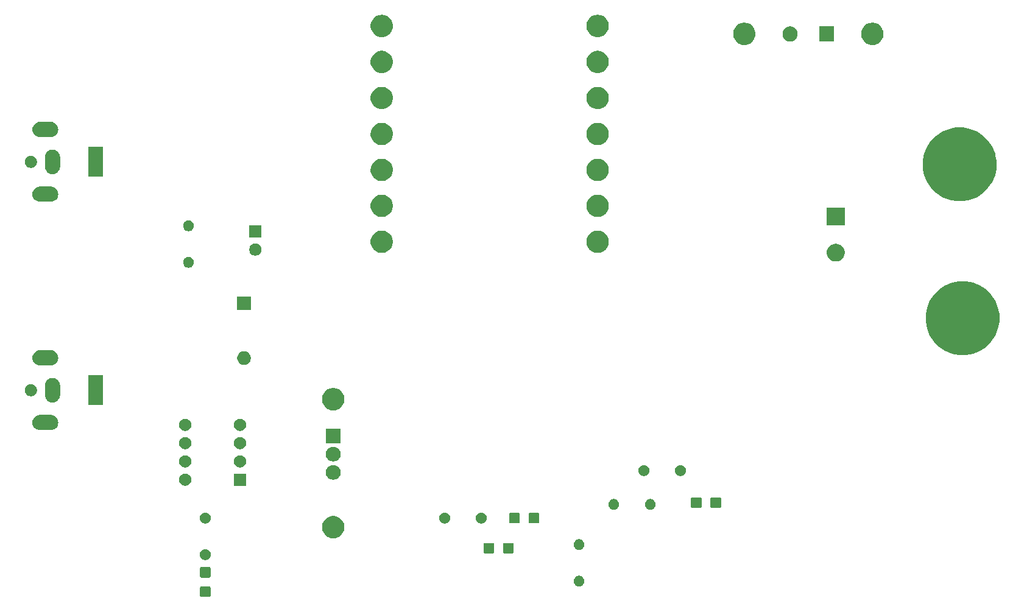
<source format=gts>
G04 #@! TF.GenerationSoftware,KiCad,Pcbnew,(5.1.5)-3*
G04 #@! TF.CreationDate,2020-06-24T22:18:20+03:00*
G04 #@! TF.ProjectId,Hardwareproject,48617264-7761-4726-9570-726f6a656374,rev?*
G04 #@! TF.SameCoordinates,Original*
G04 #@! TF.FileFunction,Soldermask,Top*
G04 #@! TF.FilePolarity,Negative*
%FSLAX46Y46*%
G04 Gerber Fmt 4.6, Leading zero omitted, Abs format (unit mm)*
G04 Created by KiCad (PCBNEW (5.1.5)-3) date 2020-06-24 22:18:20*
%MOMM*%
%LPD*%
G04 APERTURE LIST*
%ADD10C,0.100000*%
G04 APERTURE END LIST*
D10*
G36*
X56452798Y-123793247D02*
G01*
X56488367Y-123804037D01*
X56521139Y-123821554D01*
X56549869Y-123845131D01*
X56573446Y-123873861D01*
X56590963Y-123906633D01*
X56601753Y-123942202D01*
X56606000Y-123985325D01*
X56606000Y-125094675D01*
X56601753Y-125137798D01*
X56590963Y-125173367D01*
X56573446Y-125206139D01*
X56549869Y-125234869D01*
X56521139Y-125258446D01*
X56488367Y-125275963D01*
X56452798Y-125286753D01*
X56409675Y-125291000D01*
X55350325Y-125291000D01*
X55307202Y-125286753D01*
X55271633Y-125275963D01*
X55238861Y-125258446D01*
X55210131Y-125234869D01*
X55186554Y-125206139D01*
X55169037Y-125173367D01*
X55158247Y-125137798D01*
X55154000Y-125094675D01*
X55154000Y-123985325D01*
X55158247Y-123942202D01*
X55169037Y-123906633D01*
X55186554Y-123873861D01*
X55210131Y-123845131D01*
X55238861Y-123821554D01*
X55271633Y-123804037D01*
X55307202Y-123793247D01*
X55350325Y-123789000D01*
X56409675Y-123789000D01*
X56452798Y-123793247D01*
G37*
G36*
X108042059Y-122340860D02*
G01*
X108171980Y-122394675D01*
X108178732Y-122397472D01*
X108301735Y-122479660D01*
X108406340Y-122584265D01*
X108488528Y-122707268D01*
X108545140Y-122843941D01*
X108574000Y-122989033D01*
X108574000Y-123136967D01*
X108545140Y-123282059D01*
X108488528Y-123418732D01*
X108406340Y-123541735D01*
X108301735Y-123646340D01*
X108178732Y-123728528D01*
X108178731Y-123728529D01*
X108178730Y-123728529D01*
X108042059Y-123785140D01*
X107896968Y-123814000D01*
X107749032Y-123814000D01*
X107603941Y-123785140D01*
X107467270Y-123728529D01*
X107467269Y-123728529D01*
X107467268Y-123728528D01*
X107344265Y-123646340D01*
X107239660Y-123541735D01*
X107157472Y-123418732D01*
X107100860Y-123282059D01*
X107072000Y-123136967D01*
X107072000Y-122989033D01*
X107100860Y-122843941D01*
X107157472Y-122707268D01*
X107239660Y-122584265D01*
X107344265Y-122479660D01*
X107467268Y-122397472D01*
X107474021Y-122394675D01*
X107603941Y-122340860D01*
X107749032Y-122312000D01*
X107896968Y-122312000D01*
X108042059Y-122340860D01*
G37*
G36*
X56452798Y-121093247D02*
G01*
X56488367Y-121104037D01*
X56521139Y-121121554D01*
X56549869Y-121145131D01*
X56573446Y-121173861D01*
X56590963Y-121206633D01*
X56601753Y-121242202D01*
X56606000Y-121285325D01*
X56606000Y-122394675D01*
X56601753Y-122437798D01*
X56590963Y-122473367D01*
X56573446Y-122506139D01*
X56549869Y-122534869D01*
X56521139Y-122558446D01*
X56488367Y-122575963D01*
X56452798Y-122586753D01*
X56409675Y-122591000D01*
X55350325Y-122591000D01*
X55307202Y-122586753D01*
X55271633Y-122575963D01*
X55238861Y-122558446D01*
X55210131Y-122534869D01*
X55186554Y-122506139D01*
X55169037Y-122473367D01*
X55158247Y-122437798D01*
X55154000Y-122394675D01*
X55154000Y-121285325D01*
X55158247Y-121242202D01*
X55169037Y-121206633D01*
X55186554Y-121173861D01*
X55210131Y-121145131D01*
X55238861Y-121121554D01*
X55271633Y-121104037D01*
X55307202Y-121093247D01*
X55350325Y-121089000D01*
X56409675Y-121089000D01*
X56452798Y-121093247D01*
G37*
G36*
X56052143Y-118648528D02*
G01*
X56099059Y-118657860D01*
X56235732Y-118714472D01*
X56358735Y-118796660D01*
X56463340Y-118901265D01*
X56545528Y-119024268D01*
X56602140Y-119160941D01*
X56631000Y-119306033D01*
X56631000Y-119453967D01*
X56602140Y-119599059D01*
X56545528Y-119735732D01*
X56463340Y-119858735D01*
X56358735Y-119963340D01*
X56235732Y-120045528D01*
X56235731Y-120045529D01*
X56235730Y-120045529D01*
X56099059Y-120102140D01*
X55953968Y-120131000D01*
X55806032Y-120131000D01*
X55660941Y-120102140D01*
X55524270Y-120045529D01*
X55524269Y-120045529D01*
X55524268Y-120045528D01*
X55401265Y-119963340D01*
X55296660Y-119858735D01*
X55214472Y-119735732D01*
X55157860Y-119599059D01*
X55129000Y-119453967D01*
X55129000Y-119306033D01*
X55157860Y-119160941D01*
X55214472Y-119024268D01*
X55296660Y-118901265D01*
X55401265Y-118796660D01*
X55524268Y-118714472D01*
X55660941Y-118657860D01*
X55707857Y-118648528D01*
X55806032Y-118629000D01*
X55953968Y-118629000D01*
X56052143Y-118648528D01*
G37*
G36*
X98594798Y-117769247D02*
G01*
X98630367Y-117780037D01*
X98663139Y-117797554D01*
X98691869Y-117821131D01*
X98715446Y-117849861D01*
X98732963Y-117882633D01*
X98743753Y-117918202D01*
X98748000Y-117961325D01*
X98748000Y-119020675D01*
X98743753Y-119063798D01*
X98732963Y-119099367D01*
X98715446Y-119132139D01*
X98691869Y-119160869D01*
X98663139Y-119184446D01*
X98630367Y-119201963D01*
X98594798Y-119212753D01*
X98551675Y-119217000D01*
X97442325Y-119217000D01*
X97399202Y-119212753D01*
X97363633Y-119201963D01*
X97330861Y-119184446D01*
X97302131Y-119160869D01*
X97278554Y-119132139D01*
X97261037Y-119099367D01*
X97250247Y-119063798D01*
X97246000Y-119020675D01*
X97246000Y-117961325D01*
X97250247Y-117918202D01*
X97261037Y-117882633D01*
X97278554Y-117849861D01*
X97302131Y-117821131D01*
X97330861Y-117797554D01*
X97363633Y-117780037D01*
X97399202Y-117769247D01*
X97442325Y-117765000D01*
X98551675Y-117765000D01*
X98594798Y-117769247D01*
G37*
G36*
X95894798Y-117769247D02*
G01*
X95930367Y-117780037D01*
X95963139Y-117797554D01*
X95991869Y-117821131D01*
X96015446Y-117849861D01*
X96032963Y-117882633D01*
X96043753Y-117918202D01*
X96048000Y-117961325D01*
X96048000Y-119020675D01*
X96043753Y-119063798D01*
X96032963Y-119099367D01*
X96015446Y-119132139D01*
X95991869Y-119160869D01*
X95963139Y-119184446D01*
X95930367Y-119201963D01*
X95894798Y-119212753D01*
X95851675Y-119217000D01*
X94742325Y-119217000D01*
X94699202Y-119212753D01*
X94663633Y-119201963D01*
X94630861Y-119184446D01*
X94602131Y-119160869D01*
X94578554Y-119132139D01*
X94561037Y-119099367D01*
X94550247Y-119063798D01*
X94546000Y-119020675D01*
X94546000Y-117961325D01*
X94550247Y-117918202D01*
X94561037Y-117882633D01*
X94578554Y-117849861D01*
X94602131Y-117821131D01*
X94630861Y-117797554D01*
X94663633Y-117780037D01*
X94699202Y-117769247D01*
X94742325Y-117765000D01*
X95851675Y-117765000D01*
X95894798Y-117769247D01*
G37*
G36*
X108042059Y-117260860D02*
G01*
X108178732Y-117317472D01*
X108301735Y-117399660D01*
X108406340Y-117504265D01*
X108488528Y-117627268D01*
X108545140Y-117763941D01*
X108574000Y-117909033D01*
X108574000Y-118056967D01*
X108545140Y-118202059D01*
X108488528Y-118338732D01*
X108406340Y-118461735D01*
X108301735Y-118566340D01*
X108178732Y-118648528D01*
X108178731Y-118648529D01*
X108178730Y-118648529D01*
X108042059Y-118705140D01*
X107896968Y-118734000D01*
X107749032Y-118734000D01*
X107603941Y-118705140D01*
X107467270Y-118648529D01*
X107467269Y-118648529D01*
X107467268Y-118648528D01*
X107344265Y-118566340D01*
X107239660Y-118461735D01*
X107157472Y-118338732D01*
X107100860Y-118202059D01*
X107072000Y-118056967D01*
X107072000Y-117909033D01*
X107100860Y-117763941D01*
X107157472Y-117627268D01*
X107239660Y-117504265D01*
X107344265Y-117399660D01*
X107467268Y-117317472D01*
X107603941Y-117260860D01*
X107749032Y-117232000D01*
X107896968Y-117232000D01*
X108042059Y-117260860D01*
G37*
G36*
X73962585Y-114058802D02*
G01*
X74112410Y-114088604D01*
X74394674Y-114205521D01*
X74648705Y-114375259D01*
X74864741Y-114591295D01*
X75034479Y-114845326D01*
X75151396Y-115127590D01*
X75211000Y-115427240D01*
X75211000Y-115732760D01*
X75151396Y-116032410D01*
X75034479Y-116314674D01*
X74864741Y-116568705D01*
X74648705Y-116784741D01*
X74394674Y-116954479D01*
X74112410Y-117071396D01*
X73962585Y-117101198D01*
X73812761Y-117131000D01*
X73507239Y-117131000D01*
X73357415Y-117101198D01*
X73207590Y-117071396D01*
X72925326Y-116954479D01*
X72671295Y-116784741D01*
X72455259Y-116568705D01*
X72285521Y-116314674D01*
X72168604Y-116032410D01*
X72109000Y-115732760D01*
X72109000Y-115427240D01*
X72168604Y-115127590D01*
X72285521Y-114845326D01*
X72455259Y-114591295D01*
X72671295Y-114375259D01*
X72925326Y-114205521D01*
X73207590Y-114088604D01*
X73357415Y-114058802D01*
X73507239Y-114029000D01*
X73812761Y-114029000D01*
X73962585Y-114058802D01*
G37*
G36*
X56099059Y-113577860D02*
G01*
X56199143Y-113619316D01*
X56235732Y-113634472D01*
X56358735Y-113716660D01*
X56463340Y-113821265D01*
X56545528Y-113944268D01*
X56602140Y-114080941D01*
X56631000Y-114226033D01*
X56631000Y-114373967D01*
X56602140Y-114519059D01*
X56545528Y-114655732D01*
X56463340Y-114778735D01*
X56358735Y-114883340D01*
X56235732Y-114965528D01*
X56235731Y-114965529D01*
X56235730Y-114965529D01*
X56099059Y-115022140D01*
X55953968Y-115051000D01*
X55806032Y-115051000D01*
X55660941Y-115022140D01*
X55524270Y-114965529D01*
X55524269Y-114965529D01*
X55524268Y-114965528D01*
X55401265Y-114883340D01*
X55296660Y-114778735D01*
X55214472Y-114655732D01*
X55157860Y-114519059D01*
X55129000Y-114373967D01*
X55129000Y-114226033D01*
X55157860Y-114080941D01*
X55214472Y-113944268D01*
X55296660Y-113821265D01*
X55401265Y-113716660D01*
X55524268Y-113634472D01*
X55560858Y-113619316D01*
X55660941Y-113577860D01*
X55806032Y-113549000D01*
X55953968Y-113549000D01*
X56099059Y-113577860D01*
G37*
G36*
X89373059Y-113577860D02*
G01*
X89473143Y-113619316D01*
X89509732Y-113634472D01*
X89632735Y-113716660D01*
X89737340Y-113821265D01*
X89819528Y-113944268D01*
X89876140Y-114080941D01*
X89905000Y-114226033D01*
X89905000Y-114373967D01*
X89876140Y-114519059D01*
X89819528Y-114655732D01*
X89737340Y-114778735D01*
X89632735Y-114883340D01*
X89509732Y-114965528D01*
X89509731Y-114965529D01*
X89509730Y-114965529D01*
X89373059Y-115022140D01*
X89227968Y-115051000D01*
X89080032Y-115051000D01*
X88934941Y-115022140D01*
X88798270Y-114965529D01*
X88798269Y-114965529D01*
X88798268Y-114965528D01*
X88675265Y-114883340D01*
X88570660Y-114778735D01*
X88488472Y-114655732D01*
X88431860Y-114519059D01*
X88403000Y-114373967D01*
X88403000Y-114226033D01*
X88431860Y-114080941D01*
X88488472Y-113944268D01*
X88570660Y-113821265D01*
X88675265Y-113716660D01*
X88798268Y-113634472D01*
X88834858Y-113619316D01*
X88934941Y-113577860D01*
X89080032Y-113549000D01*
X89227968Y-113549000D01*
X89373059Y-113577860D01*
G37*
G36*
X94453059Y-113577860D02*
G01*
X94553143Y-113619316D01*
X94589732Y-113634472D01*
X94712735Y-113716660D01*
X94817340Y-113821265D01*
X94899528Y-113944268D01*
X94956140Y-114080941D01*
X94985000Y-114226033D01*
X94985000Y-114373967D01*
X94956140Y-114519059D01*
X94899528Y-114655732D01*
X94817340Y-114778735D01*
X94712735Y-114883340D01*
X94589732Y-114965528D01*
X94589731Y-114965529D01*
X94589730Y-114965529D01*
X94453059Y-115022140D01*
X94307968Y-115051000D01*
X94160032Y-115051000D01*
X94014941Y-115022140D01*
X93878270Y-114965529D01*
X93878269Y-114965529D01*
X93878268Y-114965528D01*
X93755265Y-114883340D01*
X93650660Y-114778735D01*
X93568472Y-114655732D01*
X93511860Y-114519059D01*
X93483000Y-114373967D01*
X93483000Y-114226033D01*
X93511860Y-114080941D01*
X93568472Y-113944268D01*
X93650660Y-113821265D01*
X93755265Y-113716660D01*
X93878268Y-113634472D01*
X93914858Y-113619316D01*
X94014941Y-113577860D01*
X94160032Y-113549000D01*
X94307968Y-113549000D01*
X94453059Y-113577860D01*
G37*
G36*
X102150798Y-113578247D02*
G01*
X102186367Y-113589037D01*
X102219139Y-113606554D01*
X102247869Y-113630131D01*
X102271446Y-113658861D01*
X102288963Y-113691633D01*
X102299753Y-113727202D01*
X102304000Y-113770325D01*
X102304000Y-114829675D01*
X102299753Y-114872798D01*
X102288963Y-114908367D01*
X102271446Y-114941139D01*
X102247869Y-114969869D01*
X102219139Y-114993446D01*
X102186367Y-115010963D01*
X102150798Y-115021753D01*
X102107675Y-115026000D01*
X100998325Y-115026000D01*
X100955202Y-115021753D01*
X100919633Y-115010963D01*
X100886861Y-114993446D01*
X100858131Y-114969869D01*
X100834554Y-114941139D01*
X100817037Y-114908367D01*
X100806247Y-114872798D01*
X100802000Y-114829675D01*
X100802000Y-113770325D01*
X100806247Y-113727202D01*
X100817037Y-113691633D01*
X100834554Y-113658861D01*
X100858131Y-113630131D01*
X100886861Y-113606554D01*
X100919633Y-113589037D01*
X100955202Y-113578247D01*
X100998325Y-113574000D01*
X102107675Y-113574000D01*
X102150798Y-113578247D01*
G37*
G36*
X99450798Y-113578247D02*
G01*
X99486367Y-113589037D01*
X99519139Y-113606554D01*
X99547869Y-113630131D01*
X99571446Y-113658861D01*
X99588963Y-113691633D01*
X99599753Y-113727202D01*
X99604000Y-113770325D01*
X99604000Y-114829675D01*
X99599753Y-114872798D01*
X99588963Y-114908367D01*
X99571446Y-114941139D01*
X99547869Y-114969869D01*
X99519139Y-114993446D01*
X99486367Y-115010963D01*
X99450798Y-115021753D01*
X99407675Y-115026000D01*
X98298325Y-115026000D01*
X98255202Y-115021753D01*
X98219633Y-115010963D01*
X98186861Y-114993446D01*
X98158131Y-114969869D01*
X98134554Y-114941139D01*
X98117037Y-114908367D01*
X98106247Y-114872798D01*
X98102000Y-114829675D01*
X98102000Y-113770325D01*
X98106247Y-113727202D01*
X98117037Y-113691633D01*
X98134554Y-113658861D01*
X98158131Y-113630131D01*
X98186861Y-113606554D01*
X98219633Y-113589037D01*
X98255202Y-113578247D01*
X98298325Y-113574000D01*
X99407675Y-113574000D01*
X99450798Y-113578247D01*
G37*
G36*
X117948059Y-111672860D02*
G01*
X118084732Y-111729472D01*
X118207735Y-111811660D01*
X118312340Y-111916265D01*
X118312341Y-111916267D01*
X118394529Y-112039270D01*
X118451140Y-112175941D01*
X118480000Y-112321032D01*
X118480000Y-112468968D01*
X118451140Y-112614059D01*
X118395094Y-112749367D01*
X118394528Y-112750732D01*
X118312340Y-112873735D01*
X118207735Y-112978340D01*
X118084732Y-113060528D01*
X118084731Y-113060529D01*
X118084730Y-113060529D01*
X117948059Y-113117140D01*
X117802968Y-113146000D01*
X117655032Y-113146000D01*
X117509941Y-113117140D01*
X117373270Y-113060529D01*
X117373269Y-113060529D01*
X117373268Y-113060528D01*
X117250265Y-112978340D01*
X117145660Y-112873735D01*
X117063472Y-112750732D01*
X117062907Y-112749367D01*
X117006860Y-112614059D01*
X116978000Y-112468968D01*
X116978000Y-112321032D01*
X117006860Y-112175941D01*
X117063471Y-112039270D01*
X117145659Y-111916267D01*
X117145660Y-111916265D01*
X117250265Y-111811660D01*
X117373268Y-111729472D01*
X117509941Y-111672860D01*
X117655032Y-111644000D01*
X117802968Y-111644000D01*
X117948059Y-111672860D01*
G37*
G36*
X112868059Y-111672860D02*
G01*
X113004732Y-111729472D01*
X113127735Y-111811660D01*
X113232340Y-111916265D01*
X113232341Y-111916267D01*
X113314529Y-112039270D01*
X113371140Y-112175941D01*
X113400000Y-112321032D01*
X113400000Y-112468968D01*
X113371140Y-112614059D01*
X113315094Y-112749367D01*
X113314528Y-112750732D01*
X113232340Y-112873735D01*
X113127735Y-112978340D01*
X113004732Y-113060528D01*
X113004731Y-113060529D01*
X113004730Y-113060529D01*
X112868059Y-113117140D01*
X112722968Y-113146000D01*
X112575032Y-113146000D01*
X112429941Y-113117140D01*
X112293270Y-113060529D01*
X112293269Y-113060529D01*
X112293268Y-113060528D01*
X112170265Y-112978340D01*
X112065660Y-112873735D01*
X111983472Y-112750732D01*
X111982907Y-112749367D01*
X111926860Y-112614059D01*
X111898000Y-112468968D01*
X111898000Y-112321032D01*
X111926860Y-112175941D01*
X111983471Y-112039270D01*
X112065659Y-111916267D01*
X112065660Y-111916265D01*
X112170265Y-111811660D01*
X112293268Y-111729472D01*
X112429941Y-111672860D01*
X112575032Y-111644000D01*
X112722968Y-111644000D01*
X112868059Y-111672860D01*
G37*
G36*
X127423798Y-111419247D02*
G01*
X127459367Y-111430037D01*
X127492139Y-111447554D01*
X127520869Y-111471131D01*
X127544446Y-111499861D01*
X127561963Y-111532633D01*
X127572753Y-111568202D01*
X127577000Y-111611325D01*
X127577000Y-112670675D01*
X127572753Y-112713798D01*
X127561963Y-112749367D01*
X127544446Y-112782139D01*
X127520869Y-112810869D01*
X127492139Y-112834446D01*
X127459367Y-112851963D01*
X127423798Y-112862753D01*
X127380675Y-112867000D01*
X126271325Y-112867000D01*
X126228202Y-112862753D01*
X126192633Y-112851963D01*
X126159861Y-112834446D01*
X126131131Y-112810869D01*
X126107554Y-112782139D01*
X126090037Y-112749367D01*
X126079247Y-112713798D01*
X126075000Y-112670675D01*
X126075000Y-111611325D01*
X126079247Y-111568202D01*
X126090037Y-111532633D01*
X126107554Y-111499861D01*
X126131131Y-111471131D01*
X126159861Y-111447554D01*
X126192633Y-111430037D01*
X126228202Y-111419247D01*
X126271325Y-111415000D01*
X127380675Y-111415000D01*
X127423798Y-111419247D01*
G37*
G36*
X124723798Y-111419247D02*
G01*
X124759367Y-111430037D01*
X124792139Y-111447554D01*
X124820869Y-111471131D01*
X124844446Y-111499861D01*
X124861963Y-111532633D01*
X124872753Y-111568202D01*
X124877000Y-111611325D01*
X124877000Y-112670675D01*
X124872753Y-112713798D01*
X124861963Y-112749367D01*
X124844446Y-112782139D01*
X124820869Y-112810869D01*
X124792139Y-112834446D01*
X124759367Y-112851963D01*
X124723798Y-112862753D01*
X124680675Y-112867000D01*
X123571325Y-112867000D01*
X123528202Y-112862753D01*
X123492633Y-112851963D01*
X123459861Y-112834446D01*
X123431131Y-112810869D01*
X123407554Y-112782139D01*
X123390037Y-112749367D01*
X123379247Y-112713798D01*
X123375000Y-112670675D01*
X123375000Y-111611325D01*
X123379247Y-111568202D01*
X123390037Y-111532633D01*
X123407554Y-111499861D01*
X123431131Y-111471131D01*
X123459861Y-111447554D01*
X123492633Y-111430037D01*
X123528202Y-111419247D01*
X123571325Y-111415000D01*
X124680675Y-111415000D01*
X124723798Y-111419247D01*
G37*
G36*
X61557000Y-109817000D02*
G01*
X59855000Y-109817000D01*
X59855000Y-108115000D01*
X61557000Y-108115000D01*
X61557000Y-109817000D01*
G37*
G36*
X53334228Y-108147703D02*
G01*
X53489100Y-108211853D01*
X53628481Y-108304985D01*
X53747015Y-108423519D01*
X53840147Y-108562900D01*
X53904297Y-108717772D01*
X53937000Y-108882184D01*
X53937000Y-109049816D01*
X53904297Y-109214228D01*
X53840147Y-109369100D01*
X53747015Y-109508481D01*
X53628481Y-109627015D01*
X53489100Y-109720147D01*
X53334228Y-109784297D01*
X53169816Y-109817000D01*
X53002184Y-109817000D01*
X52837772Y-109784297D01*
X52682900Y-109720147D01*
X52543519Y-109627015D01*
X52424985Y-109508481D01*
X52331853Y-109369100D01*
X52267703Y-109214228D01*
X52235000Y-109049816D01*
X52235000Y-108882184D01*
X52267703Y-108717772D01*
X52331853Y-108562900D01*
X52424985Y-108423519D01*
X52543519Y-108304985D01*
X52682900Y-108211853D01*
X52837772Y-108147703D01*
X53002184Y-108115000D01*
X53169816Y-108115000D01*
X53334228Y-108147703D01*
G37*
G36*
X73805936Y-106951340D02*
G01*
X73904220Y-106961020D01*
X74093381Y-107018401D01*
X74267712Y-107111583D01*
X74420515Y-107236985D01*
X74545917Y-107389788D01*
X74639099Y-107564119D01*
X74696480Y-107753280D01*
X74715855Y-107950000D01*
X74696480Y-108146720D01*
X74639099Y-108335881D01*
X74545917Y-108510212D01*
X74420515Y-108663015D01*
X74267712Y-108788417D01*
X74093381Y-108881599D01*
X73904220Y-108938980D01*
X73805936Y-108948660D01*
X73756795Y-108953500D01*
X73563205Y-108953500D01*
X73514064Y-108948660D01*
X73415780Y-108938980D01*
X73226619Y-108881599D01*
X73052288Y-108788417D01*
X72899485Y-108663015D01*
X72774083Y-108510212D01*
X72680901Y-108335881D01*
X72623520Y-108146720D01*
X72604145Y-107950000D01*
X72623520Y-107753280D01*
X72680901Y-107564119D01*
X72774083Y-107389788D01*
X72899485Y-107236985D01*
X73052288Y-107111583D01*
X73226619Y-107018401D01*
X73415780Y-106961020D01*
X73514064Y-106951340D01*
X73563205Y-106946500D01*
X73756795Y-106946500D01*
X73805936Y-106951340D01*
G37*
G36*
X122139059Y-106973860D02*
G01*
X122275732Y-107030472D01*
X122398735Y-107112660D01*
X122503340Y-107217265D01*
X122585528Y-107340268D01*
X122585529Y-107340270D01*
X122642140Y-107476941D01*
X122659481Y-107564119D01*
X122671000Y-107622033D01*
X122671000Y-107769967D01*
X122642140Y-107915059D01*
X122585528Y-108051732D01*
X122503340Y-108174735D01*
X122398735Y-108279340D01*
X122275732Y-108361528D01*
X122275731Y-108361529D01*
X122275730Y-108361529D01*
X122139059Y-108418140D01*
X121993968Y-108447000D01*
X121846032Y-108447000D01*
X121700941Y-108418140D01*
X121564270Y-108361529D01*
X121564269Y-108361529D01*
X121564268Y-108361528D01*
X121441265Y-108279340D01*
X121336660Y-108174735D01*
X121254472Y-108051732D01*
X121197860Y-107915059D01*
X121169000Y-107769967D01*
X121169000Y-107622033D01*
X121180520Y-107564119D01*
X121197860Y-107476941D01*
X121254471Y-107340270D01*
X121254472Y-107340268D01*
X121336660Y-107217265D01*
X121441265Y-107112660D01*
X121564268Y-107030472D01*
X121700941Y-106973860D01*
X121846032Y-106945000D01*
X121993968Y-106945000D01*
X122139059Y-106973860D01*
G37*
G36*
X117059059Y-106973860D02*
G01*
X117195732Y-107030472D01*
X117318735Y-107112660D01*
X117423340Y-107217265D01*
X117505528Y-107340268D01*
X117505529Y-107340270D01*
X117562140Y-107476941D01*
X117579481Y-107564119D01*
X117591000Y-107622033D01*
X117591000Y-107769967D01*
X117562140Y-107915059D01*
X117505528Y-108051732D01*
X117423340Y-108174735D01*
X117318735Y-108279340D01*
X117195732Y-108361528D01*
X117195731Y-108361529D01*
X117195730Y-108361529D01*
X117059059Y-108418140D01*
X116913968Y-108447000D01*
X116766032Y-108447000D01*
X116620941Y-108418140D01*
X116484270Y-108361529D01*
X116484269Y-108361529D01*
X116484268Y-108361528D01*
X116361265Y-108279340D01*
X116256660Y-108174735D01*
X116174472Y-108051732D01*
X116117860Y-107915059D01*
X116089000Y-107769967D01*
X116089000Y-107622033D01*
X116100520Y-107564119D01*
X116117860Y-107476941D01*
X116174471Y-107340270D01*
X116174472Y-107340268D01*
X116256660Y-107217265D01*
X116361265Y-107112660D01*
X116484268Y-107030472D01*
X116620941Y-106973860D01*
X116766032Y-106945000D01*
X116913968Y-106945000D01*
X117059059Y-106973860D01*
G37*
G36*
X60954228Y-105607703D02*
G01*
X61109100Y-105671853D01*
X61248481Y-105764985D01*
X61367015Y-105883519D01*
X61460147Y-106022900D01*
X61524297Y-106177772D01*
X61557000Y-106342184D01*
X61557000Y-106509816D01*
X61524297Y-106674228D01*
X61460147Y-106829100D01*
X61367015Y-106968481D01*
X61248481Y-107087015D01*
X61109100Y-107180147D01*
X60954228Y-107244297D01*
X60789816Y-107277000D01*
X60622184Y-107277000D01*
X60457772Y-107244297D01*
X60302900Y-107180147D01*
X60163519Y-107087015D01*
X60044985Y-106968481D01*
X59951853Y-106829100D01*
X59887703Y-106674228D01*
X59855000Y-106509816D01*
X59855000Y-106342184D01*
X59887703Y-106177772D01*
X59951853Y-106022900D01*
X60044985Y-105883519D01*
X60163519Y-105764985D01*
X60302900Y-105671853D01*
X60457772Y-105607703D01*
X60622184Y-105575000D01*
X60789816Y-105575000D01*
X60954228Y-105607703D01*
G37*
G36*
X53334228Y-105607703D02*
G01*
X53489100Y-105671853D01*
X53628481Y-105764985D01*
X53747015Y-105883519D01*
X53840147Y-106022900D01*
X53904297Y-106177772D01*
X53937000Y-106342184D01*
X53937000Y-106509816D01*
X53904297Y-106674228D01*
X53840147Y-106829100D01*
X53747015Y-106968481D01*
X53628481Y-107087015D01*
X53489100Y-107180147D01*
X53334228Y-107244297D01*
X53169816Y-107277000D01*
X53002184Y-107277000D01*
X52837772Y-107244297D01*
X52682900Y-107180147D01*
X52543519Y-107087015D01*
X52424985Y-106968481D01*
X52331853Y-106829100D01*
X52267703Y-106674228D01*
X52235000Y-106509816D01*
X52235000Y-106342184D01*
X52267703Y-106177772D01*
X52331853Y-106022900D01*
X52424985Y-105883519D01*
X52543519Y-105764985D01*
X52682900Y-105671853D01*
X52837772Y-105607703D01*
X53002184Y-105575000D01*
X53169816Y-105575000D01*
X53334228Y-105607703D01*
G37*
G36*
X73805936Y-104411340D02*
G01*
X73904220Y-104421020D01*
X74093381Y-104478401D01*
X74267712Y-104571583D01*
X74420515Y-104696985D01*
X74545917Y-104849788D01*
X74639099Y-105024119D01*
X74696480Y-105213280D01*
X74715855Y-105410000D01*
X74696480Y-105606720D01*
X74639099Y-105795881D01*
X74545917Y-105970212D01*
X74420515Y-106123015D01*
X74267712Y-106248417D01*
X74093381Y-106341599D01*
X73904220Y-106398980D01*
X73805936Y-106408660D01*
X73756795Y-106413500D01*
X73563205Y-106413500D01*
X73514064Y-106408660D01*
X73415780Y-106398980D01*
X73226619Y-106341599D01*
X73052288Y-106248417D01*
X72899485Y-106123015D01*
X72774083Y-105970212D01*
X72680901Y-105795881D01*
X72623520Y-105606720D01*
X72604145Y-105410000D01*
X72623520Y-105213280D01*
X72680901Y-105024119D01*
X72774083Y-104849788D01*
X72899485Y-104696985D01*
X73052288Y-104571583D01*
X73226619Y-104478401D01*
X73415780Y-104421020D01*
X73514064Y-104411340D01*
X73563205Y-104406500D01*
X73756795Y-104406500D01*
X73805936Y-104411340D01*
G37*
G36*
X60954228Y-103067703D02*
G01*
X61109100Y-103131853D01*
X61248481Y-103224985D01*
X61367015Y-103343519D01*
X61460147Y-103482900D01*
X61524297Y-103637772D01*
X61557000Y-103802184D01*
X61557000Y-103969816D01*
X61524297Y-104134228D01*
X61460147Y-104289100D01*
X61367015Y-104428481D01*
X61248481Y-104547015D01*
X61109100Y-104640147D01*
X60954228Y-104704297D01*
X60789816Y-104737000D01*
X60622184Y-104737000D01*
X60457772Y-104704297D01*
X60302900Y-104640147D01*
X60163519Y-104547015D01*
X60044985Y-104428481D01*
X59951853Y-104289100D01*
X59887703Y-104134228D01*
X59855000Y-103969816D01*
X59855000Y-103802184D01*
X59887703Y-103637772D01*
X59951853Y-103482900D01*
X60044985Y-103343519D01*
X60163519Y-103224985D01*
X60302900Y-103131853D01*
X60457772Y-103067703D01*
X60622184Y-103035000D01*
X60789816Y-103035000D01*
X60954228Y-103067703D01*
G37*
G36*
X53334228Y-103067703D02*
G01*
X53489100Y-103131853D01*
X53628481Y-103224985D01*
X53747015Y-103343519D01*
X53840147Y-103482900D01*
X53904297Y-103637772D01*
X53937000Y-103802184D01*
X53937000Y-103969816D01*
X53904297Y-104134228D01*
X53840147Y-104289100D01*
X53747015Y-104428481D01*
X53628481Y-104547015D01*
X53489100Y-104640147D01*
X53334228Y-104704297D01*
X53169816Y-104737000D01*
X53002184Y-104737000D01*
X52837772Y-104704297D01*
X52682900Y-104640147D01*
X52543519Y-104547015D01*
X52424985Y-104428481D01*
X52331853Y-104289100D01*
X52267703Y-104134228D01*
X52235000Y-103969816D01*
X52235000Y-103802184D01*
X52267703Y-103637772D01*
X52331853Y-103482900D01*
X52424985Y-103343519D01*
X52543519Y-103224985D01*
X52682900Y-103131853D01*
X52837772Y-103067703D01*
X53002184Y-103035000D01*
X53169816Y-103035000D01*
X53334228Y-103067703D01*
G37*
G36*
X74711000Y-103873500D02*
G01*
X72609000Y-103873500D01*
X72609000Y-101866500D01*
X74711000Y-101866500D01*
X74711000Y-103873500D01*
G37*
G36*
X53334228Y-100527703D02*
G01*
X53489100Y-100591853D01*
X53628481Y-100684985D01*
X53747015Y-100803519D01*
X53840147Y-100942900D01*
X53904297Y-101097772D01*
X53937000Y-101262184D01*
X53937000Y-101429816D01*
X53904297Y-101594228D01*
X53840147Y-101749100D01*
X53747015Y-101888481D01*
X53628481Y-102007015D01*
X53489100Y-102100147D01*
X53334228Y-102164297D01*
X53169816Y-102197000D01*
X53002184Y-102197000D01*
X52837772Y-102164297D01*
X52682900Y-102100147D01*
X52543519Y-102007015D01*
X52424985Y-101888481D01*
X52331853Y-101749100D01*
X52267703Y-101594228D01*
X52235000Y-101429816D01*
X52235000Y-101262184D01*
X52267703Y-101097772D01*
X52331853Y-100942900D01*
X52424985Y-100803519D01*
X52543519Y-100684985D01*
X52682900Y-100591853D01*
X52837772Y-100527703D01*
X53002184Y-100495000D01*
X53169816Y-100495000D01*
X53334228Y-100527703D01*
G37*
G36*
X60954228Y-100527703D02*
G01*
X61109100Y-100591853D01*
X61248481Y-100684985D01*
X61367015Y-100803519D01*
X61460147Y-100942900D01*
X61524297Y-101097772D01*
X61557000Y-101262184D01*
X61557000Y-101429816D01*
X61524297Y-101594228D01*
X61460147Y-101749100D01*
X61367015Y-101888481D01*
X61248481Y-102007015D01*
X61109100Y-102100147D01*
X60954228Y-102164297D01*
X60789816Y-102197000D01*
X60622184Y-102197000D01*
X60457772Y-102164297D01*
X60302900Y-102100147D01*
X60163519Y-102007015D01*
X60044985Y-101888481D01*
X59951853Y-101749100D01*
X59887703Y-101594228D01*
X59855000Y-101429816D01*
X59855000Y-101262184D01*
X59887703Y-101097772D01*
X59951853Y-100942900D01*
X60044985Y-100803519D01*
X60163519Y-100684985D01*
X60302900Y-100591853D01*
X60457772Y-100527703D01*
X60622184Y-100495000D01*
X60789816Y-100495000D01*
X60954228Y-100527703D01*
G37*
G36*
X34493097Y-99974069D02*
G01*
X34596032Y-99984207D01*
X34794146Y-100044305D01*
X34794149Y-100044306D01*
X34890975Y-100096061D01*
X34976729Y-100141897D01*
X35136765Y-100273235D01*
X35268103Y-100433271D01*
X35313939Y-100519025D01*
X35365694Y-100615851D01*
X35365695Y-100615854D01*
X35425793Y-100813968D01*
X35446085Y-101020000D01*
X35425793Y-101226032D01*
X35365695Y-101424146D01*
X35365694Y-101424149D01*
X35313939Y-101520975D01*
X35268103Y-101606729D01*
X35136765Y-101766765D01*
X34976729Y-101898103D01*
X34890975Y-101943939D01*
X34794149Y-101995694D01*
X34794146Y-101995695D01*
X34596032Y-102055793D01*
X34493097Y-102065931D01*
X34441631Y-102071000D01*
X32838369Y-102071000D01*
X32786903Y-102065931D01*
X32683968Y-102055793D01*
X32485854Y-101995695D01*
X32485851Y-101995694D01*
X32389025Y-101943939D01*
X32303271Y-101898103D01*
X32143235Y-101766765D01*
X32011897Y-101606729D01*
X31966061Y-101520975D01*
X31914306Y-101424149D01*
X31914305Y-101424146D01*
X31854207Y-101226032D01*
X31833915Y-101020000D01*
X31854207Y-100813968D01*
X31914305Y-100615854D01*
X31914306Y-100615851D01*
X31966061Y-100519025D01*
X32011897Y-100433271D01*
X32143235Y-100273235D01*
X32303271Y-100141897D01*
X32389025Y-100096061D01*
X32485851Y-100044306D01*
X32485854Y-100044305D01*
X32683968Y-99984207D01*
X32786903Y-99974069D01*
X32838369Y-99969000D01*
X34441631Y-99969000D01*
X34493097Y-99974069D01*
G37*
G36*
X73962585Y-96258802D02*
G01*
X74112410Y-96288604D01*
X74394674Y-96405521D01*
X74648705Y-96575259D01*
X74864741Y-96791295D01*
X75034479Y-97045326D01*
X75151396Y-97327590D01*
X75211000Y-97627240D01*
X75211000Y-97932760D01*
X75151396Y-98232410D01*
X75034479Y-98514674D01*
X74864741Y-98768705D01*
X74648705Y-98984741D01*
X74394674Y-99154479D01*
X74112410Y-99271396D01*
X73962585Y-99301198D01*
X73812761Y-99331000D01*
X73507239Y-99331000D01*
X73357415Y-99301198D01*
X73207590Y-99271396D01*
X72925326Y-99154479D01*
X72671295Y-98984741D01*
X72455259Y-98768705D01*
X72285521Y-98514674D01*
X72168604Y-98232410D01*
X72109000Y-97932760D01*
X72109000Y-97627240D01*
X72168604Y-97327590D01*
X72285521Y-97045326D01*
X72455259Y-96791295D01*
X72671295Y-96575259D01*
X72925326Y-96405521D01*
X73207590Y-96288604D01*
X73357415Y-96258802D01*
X73507239Y-96229000D01*
X73812761Y-96229000D01*
X73962585Y-96258802D01*
G37*
G36*
X41691000Y-98571000D02*
G01*
X39589000Y-98571000D01*
X39589000Y-94469000D01*
X41691000Y-94469000D01*
X41691000Y-98571000D01*
G37*
G36*
X34846032Y-94834207D02*
G01*
X35044146Y-94894305D01*
X35044149Y-94894306D01*
X35140975Y-94946061D01*
X35226729Y-94991897D01*
X35386765Y-95123235D01*
X35518103Y-95283271D01*
X35563939Y-95369025D01*
X35615694Y-95465851D01*
X35615695Y-95465854D01*
X35675793Y-95663968D01*
X35691000Y-95818370D01*
X35691000Y-97221630D01*
X35675793Y-97376032D01*
X35615695Y-97574145D01*
X35615694Y-97574149D01*
X35587316Y-97627240D01*
X35518103Y-97756729D01*
X35386765Y-97916765D01*
X35226729Y-98048103D01*
X35110030Y-98110479D01*
X35044148Y-98145694D01*
X35044145Y-98145695D01*
X34846031Y-98205793D01*
X34640000Y-98226085D01*
X34433968Y-98205793D01*
X34235854Y-98145695D01*
X34235851Y-98145694D01*
X34139025Y-98093939D01*
X34053271Y-98048103D01*
X33893235Y-97916765D01*
X33761897Y-97756729D01*
X33699521Y-97640030D01*
X33664306Y-97574148D01*
X33664305Y-97574145D01*
X33604207Y-97376031D01*
X33589000Y-97221629D01*
X33589000Y-95818369D01*
X33604207Y-95663970D01*
X33664305Y-95465853D01*
X33739184Y-95325766D01*
X33761898Y-95283271D01*
X33893236Y-95123235D01*
X34053272Y-94991897D01*
X34139026Y-94946061D01*
X34235852Y-94894306D01*
X34235855Y-94894305D01*
X34433969Y-94834207D01*
X34640000Y-94813915D01*
X34846032Y-94834207D01*
G37*
G36*
X31888228Y-95701703D02*
G01*
X32043100Y-95765853D01*
X32182481Y-95858985D01*
X32301015Y-95977519D01*
X32394147Y-96116900D01*
X32458297Y-96271772D01*
X32491000Y-96436184D01*
X32491000Y-96603816D01*
X32458297Y-96768228D01*
X32394147Y-96923100D01*
X32301015Y-97062481D01*
X32182481Y-97181015D01*
X32043100Y-97274147D01*
X31888228Y-97338297D01*
X31723816Y-97371000D01*
X31556184Y-97371000D01*
X31391772Y-97338297D01*
X31236900Y-97274147D01*
X31097519Y-97181015D01*
X30978985Y-97062481D01*
X30885853Y-96923100D01*
X30821703Y-96768228D01*
X30789000Y-96603816D01*
X30789000Y-96436184D01*
X30821703Y-96271772D01*
X30885853Y-96116900D01*
X30978985Y-95977519D01*
X31097519Y-95858985D01*
X31236900Y-95765853D01*
X31391772Y-95701703D01*
X31556184Y-95669000D01*
X31723816Y-95669000D01*
X31888228Y-95701703D01*
G37*
G36*
X34493097Y-90974069D02*
G01*
X34596032Y-90984207D01*
X34794146Y-91044305D01*
X34794149Y-91044306D01*
X34822449Y-91059433D01*
X34976729Y-91141897D01*
X35136765Y-91273235D01*
X35268103Y-91433271D01*
X35313939Y-91519025D01*
X35365694Y-91615851D01*
X35365695Y-91615854D01*
X35425793Y-91813968D01*
X35446085Y-92020000D01*
X35425793Y-92226032D01*
X35365695Y-92424146D01*
X35365694Y-92424149D01*
X35325115Y-92500066D01*
X35268103Y-92606729D01*
X35136765Y-92766765D01*
X34976729Y-92898103D01*
X34890975Y-92943939D01*
X34794149Y-92995694D01*
X34794146Y-92995695D01*
X34596032Y-93055793D01*
X34493097Y-93065931D01*
X34441631Y-93071000D01*
X32838369Y-93071000D01*
X32786903Y-93065931D01*
X32683968Y-93055793D01*
X32485854Y-92995695D01*
X32485851Y-92995694D01*
X32389025Y-92943939D01*
X32303271Y-92898103D01*
X32143235Y-92766765D01*
X32011897Y-92606729D01*
X31954885Y-92500066D01*
X31914306Y-92424149D01*
X31914305Y-92424146D01*
X31854207Y-92226032D01*
X31833915Y-92020000D01*
X31854207Y-91813968D01*
X31914305Y-91615854D01*
X31914306Y-91615851D01*
X31966061Y-91519025D01*
X32011897Y-91433271D01*
X32143235Y-91273235D01*
X32303271Y-91141897D01*
X32457551Y-91059433D01*
X32485851Y-91044306D01*
X32485854Y-91044305D01*
X32683968Y-90984207D01*
X32786903Y-90974069D01*
X32838369Y-90969000D01*
X34441631Y-90969000D01*
X34493097Y-90974069D01*
G37*
G36*
X61542195Y-91135146D02*
G01*
X61715266Y-91206834D01*
X61715267Y-91206835D01*
X61871027Y-91310910D01*
X62003490Y-91443373D01*
X62055881Y-91521782D01*
X62107566Y-91599134D01*
X62179254Y-91772205D01*
X62215800Y-91955933D01*
X62215800Y-92143267D01*
X62179254Y-92326995D01*
X62107566Y-92500066D01*
X62107565Y-92500067D01*
X62003490Y-92655827D01*
X61871027Y-92788290D01*
X61792618Y-92840681D01*
X61715266Y-92892366D01*
X61542195Y-92964054D01*
X61358467Y-93000600D01*
X61171133Y-93000600D01*
X60987405Y-92964054D01*
X60814334Y-92892366D01*
X60736982Y-92840681D01*
X60658573Y-92788290D01*
X60526110Y-92655827D01*
X60422035Y-92500067D01*
X60422034Y-92500066D01*
X60350346Y-92326995D01*
X60313800Y-92143267D01*
X60313800Y-91955933D01*
X60350346Y-91772205D01*
X60422034Y-91599134D01*
X60473719Y-91521782D01*
X60526110Y-91443373D01*
X60658573Y-91310910D01*
X60814333Y-91206835D01*
X60814334Y-91206834D01*
X60987405Y-91135146D01*
X61171133Y-91098600D01*
X61358467Y-91098600D01*
X61542195Y-91135146D01*
G37*
G36*
X162138608Y-81479990D02*
G01*
X162634258Y-81578581D01*
X163568040Y-81965367D01*
X164408422Y-82526892D01*
X165123108Y-83241578D01*
X165684633Y-84081960D01*
X166071419Y-85015742D01*
X166268600Y-86007041D01*
X166268600Y-87017759D01*
X166071419Y-88009058D01*
X165684633Y-88942840D01*
X165123108Y-89783222D01*
X164408422Y-90497908D01*
X163568040Y-91059433D01*
X162634258Y-91446219D01*
X162138608Y-91544810D01*
X161642961Y-91643400D01*
X160632239Y-91643400D01*
X160136592Y-91544810D01*
X159640942Y-91446219D01*
X158707160Y-91059433D01*
X157866778Y-90497908D01*
X157152092Y-89783222D01*
X156590567Y-88942840D01*
X156203781Y-88009058D01*
X156006600Y-87017759D01*
X156006600Y-86007041D01*
X156203781Y-85015742D01*
X156590567Y-84081960D01*
X157152092Y-83241578D01*
X157866778Y-82526892D01*
X158707160Y-81965367D01*
X159640942Y-81578581D01*
X160136592Y-81479990D01*
X160632239Y-81381400D01*
X161642961Y-81381400D01*
X162138608Y-81479990D01*
G37*
G36*
X62215800Y-85380600D02*
G01*
X60313800Y-85380600D01*
X60313800Y-83478600D01*
X62215800Y-83478600D01*
X62215800Y-85380600D01*
G37*
G36*
X53762259Y-78017860D02*
G01*
X53898932Y-78074472D01*
X54021935Y-78156660D01*
X54126540Y-78261265D01*
X54208728Y-78384268D01*
X54265340Y-78520941D01*
X54294200Y-78666033D01*
X54294200Y-78813967D01*
X54265340Y-78959059D01*
X54208728Y-79095732D01*
X54126540Y-79218735D01*
X54021935Y-79323340D01*
X53898932Y-79405528D01*
X53898931Y-79405529D01*
X53898930Y-79405529D01*
X53762259Y-79462140D01*
X53617168Y-79491000D01*
X53469232Y-79491000D01*
X53324141Y-79462140D01*
X53187470Y-79405529D01*
X53187469Y-79405529D01*
X53187468Y-79405528D01*
X53064465Y-79323340D01*
X52959860Y-79218735D01*
X52877672Y-79095732D01*
X52821060Y-78959059D01*
X52792200Y-78813967D01*
X52792200Y-78666033D01*
X52821060Y-78520941D01*
X52877672Y-78384268D01*
X52959860Y-78261265D01*
X53064465Y-78156660D01*
X53187468Y-78074472D01*
X53324141Y-78017860D01*
X53469232Y-77989000D01*
X53617168Y-77989000D01*
X53762259Y-78017860D01*
G37*
G36*
X143874903Y-76187075D02*
G01*
X144102571Y-76281378D01*
X144307466Y-76418285D01*
X144481715Y-76592534D01*
X144569940Y-76724572D01*
X144618623Y-76797431D01*
X144656545Y-76888984D01*
X144712925Y-77025097D01*
X144761000Y-77266787D01*
X144761000Y-77513213D01*
X144712925Y-77754903D01*
X144618622Y-77982571D01*
X144481715Y-78187466D01*
X144307466Y-78361715D01*
X144102571Y-78498622D01*
X144102570Y-78498623D01*
X144102569Y-78498623D01*
X143874903Y-78592925D01*
X143633214Y-78641000D01*
X143386786Y-78641000D01*
X143145097Y-78592925D01*
X142917431Y-78498623D01*
X142917430Y-78498623D01*
X142917429Y-78498622D01*
X142712534Y-78361715D01*
X142538285Y-78187466D01*
X142401378Y-77982571D01*
X142307075Y-77754903D01*
X142259000Y-77513213D01*
X142259000Y-77266787D01*
X142307075Y-77025097D01*
X142363455Y-76888984D01*
X142401377Y-76797431D01*
X142450060Y-76724572D01*
X142538285Y-76592534D01*
X142712534Y-76418285D01*
X142917429Y-76281378D01*
X143145097Y-76187075D01*
X143386786Y-76139000D01*
X143633214Y-76139000D01*
X143874903Y-76187075D01*
G37*
G36*
X63087828Y-76154503D02*
G01*
X63242700Y-76218653D01*
X63382081Y-76311785D01*
X63500615Y-76430319D01*
X63593747Y-76569700D01*
X63657897Y-76724572D01*
X63690600Y-76888984D01*
X63690600Y-77056616D01*
X63657897Y-77221028D01*
X63593747Y-77375900D01*
X63500615Y-77515281D01*
X63382081Y-77633815D01*
X63242700Y-77726947D01*
X63087828Y-77791097D01*
X62923416Y-77823800D01*
X62755784Y-77823800D01*
X62591372Y-77791097D01*
X62436500Y-77726947D01*
X62297119Y-77633815D01*
X62178585Y-77515281D01*
X62085453Y-77375900D01*
X62021303Y-77221028D01*
X61988600Y-77056616D01*
X61988600Y-76888984D01*
X62021303Y-76724572D01*
X62085453Y-76569700D01*
X62178585Y-76430319D01*
X62297119Y-76311785D01*
X62436500Y-76218653D01*
X62591372Y-76154503D01*
X62755784Y-76121800D01*
X62923416Y-76121800D01*
X63087828Y-76154503D01*
G37*
G36*
X110718985Y-74374002D02*
G01*
X110868810Y-74403804D01*
X111151074Y-74520721D01*
X111405105Y-74690459D01*
X111621141Y-74906495D01*
X111790879Y-75160526D01*
X111907796Y-75442790D01*
X111967400Y-75742440D01*
X111967400Y-76047960D01*
X111907796Y-76347610D01*
X111790879Y-76629874D01*
X111621141Y-76883905D01*
X111405105Y-77099941D01*
X111151074Y-77269679D01*
X110868810Y-77386596D01*
X110718985Y-77416398D01*
X110569161Y-77446200D01*
X110263639Y-77446200D01*
X110113815Y-77416398D01*
X109963990Y-77386596D01*
X109681726Y-77269679D01*
X109427695Y-77099941D01*
X109211659Y-76883905D01*
X109041921Y-76629874D01*
X108925004Y-76347610D01*
X108865400Y-76047960D01*
X108865400Y-75742440D01*
X108925004Y-75442790D01*
X109041921Y-75160526D01*
X109211659Y-74906495D01*
X109427695Y-74690459D01*
X109681726Y-74520721D01*
X109963990Y-74403804D01*
X110113815Y-74374002D01*
X110263639Y-74344200D01*
X110569161Y-74344200D01*
X110718985Y-74374002D01*
G37*
G36*
X80669043Y-74364069D02*
G01*
X80868810Y-74403805D01*
X81151074Y-74520722D01*
X81405104Y-74690460D01*
X81621140Y-74906496D01*
X81790878Y-75160526D01*
X81907795Y-75442790D01*
X81967399Y-75742440D01*
X81967399Y-76047960D01*
X81907795Y-76347610D01*
X81790878Y-76629874D01*
X81621140Y-76883904D01*
X81405104Y-77099940D01*
X81151074Y-77269678D01*
X80868810Y-77386595D01*
X80669043Y-77426331D01*
X80569161Y-77446199D01*
X80263639Y-77446199D01*
X80163757Y-77426331D01*
X79963990Y-77386595D01*
X79681726Y-77269678D01*
X79427696Y-77099940D01*
X79211660Y-76883904D01*
X79041922Y-76629874D01*
X78925005Y-76347610D01*
X78865401Y-76047960D01*
X78865401Y-75742440D01*
X78925005Y-75442790D01*
X79041922Y-75160526D01*
X79211660Y-74906496D01*
X79427696Y-74690460D01*
X79681726Y-74520722D01*
X79963990Y-74403805D01*
X80163757Y-74364069D01*
X80263639Y-74344201D01*
X80569161Y-74344201D01*
X80669043Y-74364069D01*
G37*
G36*
X63690600Y-75323800D02*
G01*
X61988600Y-75323800D01*
X61988600Y-73621800D01*
X63690600Y-73621800D01*
X63690600Y-75323800D01*
G37*
G36*
X53762259Y-72937860D02*
G01*
X53898932Y-72994472D01*
X54021935Y-73076660D01*
X54126540Y-73181265D01*
X54208728Y-73304268D01*
X54265340Y-73440941D01*
X54294200Y-73586033D01*
X54294200Y-73733967D01*
X54265340Y-73879059D01*
X54208728Y-74015732D01*
X54126540Y-74138735D01*
X54021935Y-74243340D01*
X53898932Y-74325528D01*
X53898931Y-74325529D01*
X53898930Y-74325529D01*
X53762259Y-74382140D01*
X53617168Y-74411000D01*
X53469232Y-74411000D01*
X53324141Y-74382140D01*
X53187470Y-74325529D01*
X53187469Y-74325529D01*
X53187468Y-74325528D01*
X53064465Y-74243340D01*
X52959860Y-74138735D01*
X52877672Y-74015732D01*
X52821060Y-73879059D01*
X52792200Y-73733967D01*
X52792200Y-73586033D01*
X52821060Y-73440941D01*
X52877672Y-73304268D01*
X52959860Y-73181265D01*
X53064465Y-73076660D01*
X53187468Y-72994472D01*
X53324141Y-72937860D01*
X53469232Y-72909000D01*
X53617168Y-72909000D01*
X53762259Y-72937860D01*
G37*
G36*
X144761000Y-73641000D02*
G01*
X142259000Y-73641000D01*
X142259000Y-71139000D01*
X144761000Y-71139000D01*
X144761000Y-73641000D01*
G37*
G36*
X80718985Y-69374002D02*
G01*
X80868810Y-69403804D01*
X81151074Y-69520721D01*
X81405105Y-69690459D01*
X81621141Y-69906495D01*
X81790879Y-70160526D01*
X81907796Y-70442790D01*
X81967400Y-70742440D01*
X81967400Y-71047960D01*
X81907796Y-71347610D01*
X81790879Y-71629874D01*
X81621141Y-71883905D01*
X81405105Y-72099941D01*
X81151074Y-72269679D01*
X80868810Y-72386596D01*
X80718985Y-72416398D01*
X80569161Y-72446200D01*
X80263639Y-72446200D01*
X80113815Y-72416398D01*
X79963990Y-72386596D01*
X79681726Y-72269679D01*
X79427695Y-72099941D01*
X79211659Y-71883905D01*
X79041921Y-71629874D01*
X78925004Y-71347610D01*
X78865400Y-71047960D01*
X78865400Y-70742440D01*
X78925004Y-70442790D01*
X79041921Y-70160526D01*
X79211659Y-69906495D01*
X79427695Y-69690459D01*
X79681726Y-69520721D01*
X79963990Y-69403804D01*
X80113815Y-69374002D01*
X80263639Y-69344200D01*
X80569161Y-69344200D01*
X80718985Y-69374002D01*
G37*
G36*
X110669043Y-69364069D02*
G01*
X110868810Y-69403805D01*
X111151074Y-69520722D01*
X111405104Y-69690460D01*
X111621140Y-69906496D01*
X111790878Y-70160526D01*
X111907795Y-70442790D01*
X111967399Y-70742440D01*
X111967399Y-71047960D01*
X111907795Y-71347610D01*
X111790878Y-71629874D01*
X111621140Y-71883904D01*
X111405104Y-72099940D01*
X111151074Y-72269678D01*
X110868810Y-72386595D01*
X110669043Y-72426331D01*
X110569161Y-72446199D01*
X110263639Y-72446199D01*
X110163757Y-72426331D01*
X109963990Y-72386595D01*
X109681726Y-72269678D01*
X109427696Y-72099940D01*
X109211660Y-71883904D01*
X109041922Y-71629874D01*
X108925005Y-71347610D01*
X108865401Y-71047960D01*
X108865401Y-70742440D01*
X108925005Y-70442790D01*
X109041922Y-70160526D01*
X109211660Y-69906496D01*
X109427696Y-69690460D01*
X109681726Y-69520722D01*
X109963990Y-69403805D01*
X110163757Y-69364069D01*
X110263639Y-69344201D01*
X110569161Y-69344201D01*
X110669043Y-69364069D01*
G37*
G36*
X34493097Y-68224069D02*
G01*
X34596032Y-68234207D01*
X34794146Y-68294305D01*
X34794149Y-68294306D01*
X34890975Y-68346061D01*
X34976729Y-68391897D01*
X35136765Y-68523235D01*
X35268103Y-68683271D01*
X35313939Y-68769025D01*
X35365694Y-68865851D01*
X35365695Y-68865854D01*
X35425793Y-69063968D01*
X35446085Y-69270000D01*
X35425793Y-69476032D01*
X35412236Y-69520722D01*
X35365694Y-69674149D01*
X35313939Y-69770975D01*
X35268103Y-69856729D01*
X35136765Y-70016765D01*
X34976729Y-70148103D01*
X34953483Y-70160528D01*
X34794149Y-70245694D01*
X34794146Y-70245695D01*
X34596032Y-70305793D01*
X34493097Y-70315931D01*
X34441631Y-70321000D01*
X32838369Y-70321000D01*
X32786903Y-70315931D01*
X32683968Y-70305793D01*
X32485854Y-70245695D01*
X32485851Y-70245694D01*
X32326517Y-70160528D01*
X32303271Y-70148103D01*
X32143235Y-70016765D01*
X32011897Y-69856729D01*
X31966061Y-69770975D01*
X31914306Y-69674149D01*
X31867764Y-69520722D01*
X31854207Y-69476032D01*
X31833915Y-69270000D01*
X31854207Y-69063968D01*
X31914305Y-68865854D01*
X31914306Y-68865851D01*
X31966061Y-68769025D01*
X32011897Y-68683271D01*
X32143235Y-68523235D01*
X32303271Y-68391897D01*
X32389025Y-68346061D01*
X32485851Y-68294306D01*
X32485854Y-68294305D01*
X32683968Y-68234207D01*
X32786903Y-68224069D01*
X32838369Y-68219000D01*
X34441631Y-68219000D01*
X34493097Y-68224069D01*
G37*
G36*
X161585297Y-60063968D02*
G01*
X162227858Y-60191781D01*
X163161640Y-60578567D01*
X164002022Y-61140092D01*
X164716708Y-61854778D01*
X165278233Y-62695160D01*
X165665019Y-63628942D01*
X165721714Y-63913968D01*
X165862200Y-64620239D01*
X165862200Y-65630961D01*
X165823772Y-65824149D01*
X165665019Y-66622258D01*
X165278233Y-67556040D01*
X164716708Y-68396422D01*
X164002022Y-69111108D01*
X163161640Y-69672633D01*
X163161639Y-69672634D01*
X163161638Y-69672634D01*
X163118602Y-69690460D01*
X162227858Y-70059419D01*
X161782012Y-70148103D01*
X161236561Y-70256600D01*
X160225839Y-70256600D01*
X159680388Y-70148103D01*
X159234542Y-70059419D01*
X158343798Y-69690460D01*
X158300762Y-69672634D01*
X158300761Y-69672634D01*
X158300760Y-69672633D01*
X157460378Y-69111108D01*
X156745692Y-68396422D01*
X156184167Y-67556040D01*
X155797381Y-66622258D01*
X155638628Y-65824149D01*
X155600200Y-65630961D01*
X155600200Y-64620239D01*
X155740686Y-63913968D01*
X155797381Y-63628942D01*
X156184167Y-62695160D01*
X156745692Y-61854778D01*
X157460378Y-61140092D01*
X158300760Y-60578567D01*
X159234542Y-60191781D01*
X159877103Y-60063968D01*
X160225839Y-59994600D01*
X161236561Y-59994600D01*
X161585297Y-60063968D01*
G37*
G36*
X80683281Y-64366900D02*
G01*
X80868810Y-64403804D01*
X81151074Y-64520721D01*
X81405105Y-64690459D01*
X81621141Y-64906495D01*
X81790879Y-65160526D01*
X81907796Y-65442790D01*
X81913533Y-65471631D01*
X81945226Y-65630961D01*
X81967400Y-65742440D01*
X81967400Y-66047960D01*
X81907796Y-66347610D01*
X81790879Y-66629874D01*
X81621141Y-66883905D01*
X81405105Y-67099941D01*
X81151074Y-67269679D01*
X80868810Y-67386596D01*
X80718985Y-67416398D01*
X80569161Y-67446200D01*
X80263639Y-67446200D01*
X80113815Y-67416398D01*
X79963990Y-67386596D01*
X79681726Y-67269679D01*
X79427695Y-67099941D01*
X79211659Y-66883905D01*
X79041921Y-66629874D01*
X78925004Y-66347610D01*
X78865400Y-66047960D01*
X78865400Y-65742440D01*
X78887575Y-65630961D01*
X78919267Y-65471631D01*
X78925004Y-65442790D01*
X79041921Y-65160526D01*
X79211659Y-64906495D01*
X79427695Y-64690459D01*
X79681726Y-64520721D01*
X79963990Y-64403804D01*
X80149519Y-64366900D01*
X80263639Y-64344200D01*
X80569161Y-64344200D01*
X80683281Y-64366900D01*
G37*
G36*
X110683281Y-64366900D02*
G01*
X110868810Y-64403804D01*
X111151074Y-64520721D01*
X111405105Y-64690459D01*
X111621141Y-64906495D01*
X111790879Y-65160526D01*
X111907796Y-65442790D01*
X111913533Y-65471631D01*
X111945226Y-65630961D01*
X111967400Y-65742440D01*
X111967400Y-66047960D01*
X111907796Y-66347610D01*
X111790879Y-66629874D01*
X111621141Y-66883905D01*
X111405105Y-67099941D01*
X111151074Y-67269679D01*
X110868810Y-67386596D01*
X110718985Y-67416398D01*
X110569161Y-67446200D01*
X110263639Y-67446200D01*
X110113815Y-67416398D01*
X109963990Y-67386596D01*
X109681726Y-67269679D01*
X109427695Y-67099941D01*
X109211659Y-66883905D01*
X109041921Y-66629874D01*
X108925004Y-66347610D01*
X108865400Y-66047960D01*
X108865400Y-65742440D01*
X108887575Y-65630961D01*
X108919267Y-65471631D01*
X108925004Y-65442790D01*
X109041921Y-65160526D01*
X109211659Y-64906495D01*
X109427695Y-64690459D01*
X109681726Y-64520721D01*
X109963990Y-64403804D01*
X110149519Y-64366900D01*
X110263639Y-64344200D01*
X110569161Y-64344200D01*
X110683281Y-64366900D01*
G37*
G36*
X41691000Y-66821000D02*
G01*
X39589000Y-66821000D01*
X39589000Y-62719000D01*
X41691000Y-62719000D01*
X41691000Y-66821000D01*
G37*
G36*
X34846032Y-63084207D02*
G01*
X35044146Y-63144305D01*
X35044149Y-63144306D01*
X35140975Y-63196061D01*
X35226729Y-63241897D01*
X35386765Y-63373235D01*
X35518103Y-63533271D01*
X35563939Y-63619025D01*
X35615694Y-63715851D01*
X35615695Y-63715854D01*
X35675793Y-63913968D01*
X35691000Y-64068370D01*
X35691000Y-65471630D01*
X35675793Y-65626032D01*
X35615695Y-65824145D01*
X35615694Y-65824149D01*
X35563939Y-65920975D01*
X35518103Y-66006729D01*
X35386765Y-66166765D01*
X35226729Y-66298103D01*
X35110030Y-66360479D01*
X35044148Y-66395694D01*
X35044145Y-66395695D01*
X34846031Y-66455793D01*
X34640000Y-66476085D01*
X34433968Y-66455793D01*
X34235854Y-66395695D01*
X34235851Y-66395694D01*
X34139025Y-66343939D01*
X34053271Y-66298103D01*
X33893235Y-66166765D01*
X33761897Y-66006729D01*
X33664307Y-65824149D01*
X33664306Y-65824148D01*
X33639520Y-65742440D01*
X33604207Y-65626031D01*
X33589000Y-65471629D01*
X33589000Y-64068369D01*
X33604207Y-63913970D01*
X33664305Y-63715853D01*
X33739184Y-63575765D01*
X33761898Y-63533271D01*
X33893236Y-63373235D01*
X34053272Y-63241897D01*
X34139026Y-63196061D01*
X34235852Y-63144306D01*
X34235855Y-63144305D01*
X34433969Y-63084207D01*
X34640000Y-63063915D01*
X34846032Y-63084207D01*
G37*
G36*
X31888228Y-63951703D02*
G01*
X32043100Y-64015853D01*
X32182481Y-64108985D01*
X32301015Y-64227519D01*
X32394147Y-64366900D01*
X32458297Y-64521772D01*
X32491000Y-64686184D01*
X32491000Y-64853816D01*
X32458297Y-65018228D01*
X32394147Y-65173100D01*
X32301015Y-65312481D01*
X32182481Y-65431015D01*
X32043100Y-65524147D01*
X31888228Y-65588297D01*
X31723816Y-65621000D01*
X31556184Y-65621000D01*
X31391772Y-65588297D01*
X31236900Y-65524147D01*
X31097519Y-65431015D01*
X30978985Y-65312481D01*
X30885853Y-65173100D01*
X30821703Y-65018228D01*
X30789000Y-64853816D01*
X30789000Y-64686184D01*
X30821703Y-64521772D01*
X30885853Y-64366900D01*
X30978985Y-64227519D01*
X31097519Y-64108985D01*
X31236900Y-64015853D01*
X31391772Y-63951703D01*
X31556184Y-63919000D01*
X31723816Y-63919000D01*
X31888228Y-63951703D01*
G37*
G36*
X110718985Y-59374002D02*
G01*
X110868810Y-59403804D01*
X111151074Y-59520721D01*
X111405105Y-59690459D01*
X111621141Y-59906495D01*
X111790879Y-60160526D01*
X111836224Y-60270000D01*
X111907796Y-60442791D01*
X111953816Y-60674146D01*
X111967400Y-60742440D01*
X111967400Y-61047960D01*
X111907796Y-61347610D01*
X111790879Y-61629874D01*
X111621141Y-61883905D01*
X111405105Y-62099941D01*
X111151074Y-62269679D01*
X110868810Y-62386596D01*
X110718985Y-62416398D01*
X110569161Y-62446200D01*
X110263639Y-62446200D01*
X110113815Y-62416398D01*
X109963990Y-62386596D01*
X109681726Y-62269679D01*
X109427695Y-62099941D01*
X109211659Y-61883905D01*
X109041921Y-61629874D01*
X108925004Y-61347610D01*
X108865400Y-61047960D01*
X108865400Y-60742440D01*
X108878985Y-60674146D01*
X108925004Y-60442791D01*
X108996576Y-60270000D01*
X109041921Y-60160526D01*
X109211659Y-59906495D01*
X109427695Y-59690459D01*
X109681726Y-59520721D01*
X109963990Y-59403804D01*
X110113815Y-59374002D01*
X110263639Y-59344200D01*
X110569161Y-59344200D01*
X110718985Y-59374002D01*
G37*
G36*
X80669043Y-59364069D02*
G01*
X80868810Y-59403805D01*
X81151074Y-59520722D01*
X81405104Y-59690460D01*
X81621140Y-59906496D01*
X81790878Y-60160526D01*
X81907795Y-60442790D01*
X81907795Y-60442792D01*
X81953815Y-60674146D01*
X81967399Y-60742440D01*
X81967399Y-61047960D01*
X81907795Y-61347610D01*
X81790878Y-61629874D01*
X81621140Y-61883904D01*
X81405104Y-62099940D01*
X81151074Y-62269678D01*
X80868810Y-62386595D01*
X80669043Y-62426331D01*
X80569161Y-62446199D01*
X80263639Y-62446199D01*
X80163757Y-62426331D01*
X79963990Y-62386595D01*
X79681726Y-62269678D01*
X79427696Y-62099940D01*
X79211660Y-61883904D01*
X79041922Y-61629874D01*
X78925005Y-61347610D01*
X78865401Y-61047960D01*
X78865401Y-60742440D01*
X78878986Y-60674146D01*
X78925005Y-60442792D01*
X78925005Y-60442790D01*
X79041922Y-60160526D01*
X79211660Y-59906496D01*
X79427696Y-59690460D01*
X79681726Y-59520722D01*
X79963990Y-59403805D01*
X80163757Y-59364069D01*
X80263639Y-59344201D01*
X80569161Y-59344201D01*
X80669043Y-59364069D01*
G37*
G36*
X34493097Y-59224069D02*
G01*
X34596032Y-59234207D01*
X34794146Y-59294305D01*
X34794149Y-59294306D01*
X34890975Y-59346061D01*
X34976729Y-59391897D01*
X35136765Y-59523235D01*
X35268103Y-59683271D01*
X35313939Y-59769025D01*
X35365694Y-59865851D01*
X35365695Y-59865854D01*
X35425793Y-60063968D01*
X35446085Y-60270000D01*
X35425793Y-60476032D01*
X35394689Y-60578566D01*
X35365694Y-60674149D01*
X35313939Y-60770975D01*
X35268103Y-60856729D01*
X35136765Y-61016765D01*
X34976729Y-61148103D01*
X34890975Y-61193939D01*
X34794149Y-61245694D01*
X34794146Y-61245695D01*
X34596032Y-61305793D01*
X34493097Y-61315931D01*
X34441631Y-61321000D01*
X32838369Y-61321000D01*
X32786903Y-61315931D01*
X32683968Y-61305793D01*
X32485854Y-61245695D01*
X32485851Y-61245694D01*
X32389025Y-61193939D01*
X32303271Y-61148103D01*
X32143235Y-61016765D01*
X32011897Y-60856729D01*
X31966061Y-60770975D01*
X31914306Y-60674149D01*
X31885311Y-60578566D01*
X31854207Y-60476032D01*
X31833915Y-60270000D01*
X31854207Y-60063968D01*
X31914305Y-59865854D01*
X31914306Y-59865851D01*
X31966061Y-59769025D01*
X32011897Y-59683271D01*
X32143235Y-59523235D01*
X32303271Y-59391897D01*
X32389025Y-59346061D01*
X32485851Y-59294306D01*
X32485854Y-59294305D01*
X32683968Y-59234207D01*
X32786903Y-59224069D01*
X32838369Y-59219000D01*
X34441631Y-59219000D01*
X34493097Y-59224069D01*
G37*
G36*
X110718985Y-54374002D02*
G01*
X110868810Y-54403804D01*
X111151074Y-54520721D01*
X111405105Y-54690459D01*
X111621141Y-54906495D01*
X111790879Y-55160526D01*
X111907796Y-55442790D01*
X111967400Y-55742440D01*
X111967400Y-56047960D01*
X111907796Y-56347610D01*
X111790879Y-56629874D01*
X111621141Y-56883905D01*
X111405105Y-57099941D01*
X111151074Y-57269679D01*
X110868810Y-57386596D01*
X110718985Y-57416398D01*
X110569161Y-57446200D01*
X110263639Y-57446200D01*
X110113815Y-57416398D01*
X109963990Y-57386596D01*
X109681726Y-57269679D01*
X109427695Y-57099941D01*
X109211659Y-56883905D01*
X109041921Y-56629874D01*
X108925004Y-56347610D01*
X108865400Y-56047960D01*
X108865400Y-55742440D01*
X108925004Y-55442790D01*
X109041921Y-55160526D01*
X109211659Y-54906495D01*
X109427695Y-54690459D01*
X109681726Y-54520721D01*
X109963990Y-54403804D01*
X110113815Y-54374002D01*
X110263639Y-54344200D01*
X110569161Y-54344200D01*
X110718985Y-54374002D01*
G37*
G36*
X80669043Y-54364069D02*
G01*
X80868810Y-54403805D01*
X81151074Y-54520722D01*
X81405104Y-54690460D01*
X81621140Y-54906496D01*
X81790878Y-55160526D01*
X81907795Y-55442790D01*
X81967399Y-55742440D01*
X81967399Y-56047960D01*
X81907795Y-56347610D01*
X81790878Y-56629874D01*
X81621140Y-56883904D01*
X81405104Y-57099940D01*
X81151074Y-57269678D01*
X80868810Y-57386595D01*
X80669043Y-57426331D01*
X80569161Y-57446199D01*
X80263639Y-57446199D01*
X80163757Y-57426331D01*
X79963990Y-57386595D01*
X79681726Y-57269678D01*
X79427696Y-57099940D01*
X79211660Y-56883904D01*
X79041922Y-56629874D01*
X78925005Y-56347610D01*
X78865401Y-56047960D01*
X78865401Y-55742440D01*
X78925005Y-55442790D01*
X79041922Y-55160526D01*
X79211660Y-54906496D01*
X79427696Y-54690460D01*
X79681726Y-54520722D01*
X79963990Y-54403805D01*
X80163757Y-54364069D01*
X80263639Y-54344201D01*
X80569161Y-54344201D01*
X80669043Y-54364069D01*
G37*
G36*
X80718985Y-49374002D02*
G01*
X80868810Y-49403804D01*
X81151074Y-49520721D01*
X81405105Y-49690459D01*
X81621141Y-49906495D01*
X81790879Y-50160526D01*
X81907796Y-50442790D01*
X81967400Y-50742440D01*
X81967400Y-51047960D01*
X81907796Y-51347610D01*
X81790879Y-51629874D01*
X81621141Y-51883905D01*
X81405105Y-52099941D01*
X81151074Y-52269679D01*
X80868810Y-52386596D01*
X80718985Y-52416398D01*
X80569161Y-52446200D01*
X80263639Y-52446200D01*
X80113815Y-52416398D01*
X79963990Y-52386596D01*
X79681726Y-52269679D01*
X79427695Y-52099941D01*
X79211659Y-51883905D01*
X79041921Y-51629874D01*
X78925004Y-51347610D01*
X78865400Y-51047960D01*
X78865400Y-50742440D01*
X78925004Y-50442790D01*
X79041921Y-50160526D01*
X79211659Y-49906495D01*
X79427695Y-49690459D01*
X79681726Y-49520721D01*
X79963990Y-49403804D01*
X80113815Y-49374002D01*
X80263639Y-49344200D01*
X80569161Y-49344200D01*
X80718985Y-49374002D01*
G37*
G36*
X110669043Y-49364069D02*
G01*
X110868810Y-49403805D01*
X111151074Y-49520722D01*
X111405104Y-49690460D01*
X111621140Y-49906496D01*
X111790878Y-50160526D01*
X111907795Y-50442790D01*
X111967399Y-50742440D01*
X111967399Y-51047960D01*
X111907795Y-51347610D01*
X111790878Y-51629874D01*
X111621140Y-51883904D01*
X111405104Y-52099940D01*
X111151074Y-52269678D01*
X110868810Y-52386595D01*
X110669043Y-52426331D01*
X110569161Y-52446199D01*
X110263639Y-52446199D01*
X110163757Y-52426331D01*
X109963990Y-52386595D01*
X109681726Y-52269678D01*
X109427696Y-52099940D01*
X109211660Y-51883904D01*
X109041922Y-51629874D01*
X108925005Y-51347610D01*
X108865401Y-51047960D01*
X108865401Y-50742440D01*
X108925005Y-50442790D01*
X109041922Y-50160526D01*
X109211660Y-49906496D01*
X109427696Y-49690460D01*
X109681726Y-49520722D01*
X109963990Y-49403805D01*
X110163757Y-49364069D01*
X110263639Y-49344201D01*
X110569161Y-49344201D01*
X110669043Y-49364069D01*
G37*
G36*
X131102585Y-45468802D02*
G01*
X131252410Y-45498604D01*
X131534674Y-45615521D01*
X131788705Y-45785259D01*
X132004741Y-46001295D01*
X132174479Y-46255326D01*
X132272580Y-46492165D01*
X132291396Y-46537591D01*
X132351000Y-46837239D01*
X132351000Y-47142761D01*
X132321198Y-47292585D01*
X132291396Y-47442410D01*
X132174479Y-47724674D01*
X132004741Y-47978705D01*
X131788705Y-48194741D01*
X131534674Y-48364479D01*
X131252410Y-48481396D01*
X131102585Y-48511198D01*
X130952761Y-48541000D01*
X130647239Y-48541000D01*
X130497415Y-48511198D01*
X130347590Y-48481396D01*
X130065326Y-48364479D01*
X129811295Y-48194741D01*
X129595259Y-47978705D01*
X129425521Y-47724674D01*
X129308604Y-47442410D01*
X129278802Y-47292585D01*
X129249000Y-47142761D01*
X129249000Y-46837239D01*
X129308604Y-46537591D01*
X129327420Y-46492165D01*
X129425521Y-46255326D01*
X129595259Y-46001295D01*
X129811295Y-45785259D01*
X130065326Y-45615521D01*
X130347590Y-45498604D01*
X130497415Y-45468802D01*
X130647239Y-45439000D01*
X130952761Y-45439000D01*
X131102585Y-45468802D01*
G37*
G36*
X148902585Y-45468802D02*
G01*
X149052410Y-45498604D01*
X149334674Y-45615521D01*
X149588705Y-45785259D01*
X149804741Y-46001295D01*
X149974479Y-46255326D01*
X150072580Y-46492165D01*
X150091396Y-46537591D01*
X150151000Y-46837239D01*
X150151000Y-47142761D01*
X150121198Y-47292585D01*
X150091396Y-47442410D01*
X149974479Y-47724674D01*
X149804741Y-47978705D01*
X149588705Y-48194741D01*
X149334674Y-48364479D01*
X149052410Y-48481396D01*
X148902585Y-48511198D01*
X148752761Y-48541000D01*
X148447239Y-48541000D01*
X148297415Y-48511198D01*
X148147590Y-48481396D01*
X147865326Y-48364479D01*
X147611295Y-48194741D01*
X147395259Y-47978705D01*
X147225521Y-47724674D01*
X147108604Y-47442410D01*
X147078802Y-47292585D01*
X147049000Y-47142761D01*
X147049000Y-46837239D01*
X147108604Y-46537591D01*
X147127420Y-46492165D01*
X147225521Y-46255326D01*
X147395259Y-46001295D01*
X147611295Y-45785259D01*
X147865326Y-45615521D01*
X148147590Y-45498604D01*
X148297415Y-45468802D01*
X148447239Y-45439000D01*
X148752761Y-45439000D01*
X148902585Y-45468802D01*
G37*
G36*
X143291000Y-48041000D02*
G01*
X141189000Y-48041000D01*
X141189000Y-45939000D01*
X143291000Y-45939000D01*
X143291000Y-48041000D01*
G37*
G36*
X137466564Y-45979389D02*
G01*
X137657833Y-46058615D01*
X137657835Y-46058616D01*
X137829973Y-46173635D01*
X137976365Y-46320027D01*
X138091385Y-46492167D01*
X138170611Y-46683436D01*
X138211000Y-46886484D01*
X138211000Y-47093516D01*
X138170611Y-47296564D01*
X138133319Y-47386595D01*
X138091384Y-47487835D01*
X137976365Y-47659973D01*
X137829973Y-47806365D01*
X137657835Y-47921384D01*
X137657834Y-47921385D01*
X137657833Y-47921385D01*
X137466564Y-48000611D01*
X137263516Y-48041000D01*
X137056484Y-48041000D01*
X136853436Y-48000611D01*
X136662167Y-47921385D01*
X136662166Y-47921385D01*
X136662165Y-47921384D01*
X136490027Y-47806365D01*
X136343635Y-47659973D01*
X136228616Y-47487835D01*
X136186681Y-47386595D01*
X136149389Y-47296564D01*
X136109000Y-47093516D01*
X136109000Y-46886484D01*
X136149389Y-46683436D01*
X136228615Y-46492167D01*
X136343635Y-46320027D01*
X136490027Y-46173635D01*
X136662165Y-46058616D01*
X136662167Y-46058615D01*
X136853436Y-45979389D01*
X137056484Y-45939000D01*
X137263516Y-45939000D01*
X137466564Y-45979389D01*
G37*
G36*
X110669043Y-44364069D02*
G01*
X110868810Y-44403805D01*
X111151074Y-44520722D01*
X111405104Y-44690460D01*
X111621140Y-44906496D01*
X111790878Y-45160526D01*
X111907795Y-45442790D01*
X111907795Y-45442792D01*
X111967399Y-45742439D01*
X111967399Y-46047961D01*
X111947531Y-46147843D01*
X111907795Y-46347610D01*
X111790878Y-46629874D01*
X111621140Y-46883904D01*
X111405104Y-47099940D01*
X111151074Y-47269678D01*
X110868810Y-47386595D01*
X110669043Y-47426331D01*
X110569161Y-47446199D01*
X110263639Y-47446199D01*
X110163757Y-47426331D01*
X109963990Y-47386595D01*
X109681726Y-47269678D01*
X109427696Y-47099940D01*
X109211660Y-46883904D01*
X109041922Y-46629874D01*
X108925005Y-46347610D01*
X108885269Y-46147843D01*
X108865401Y-46047961D01*
X108865401Y-45742439D01*
X108925005Y-45442792D01*
X108925005Y-45442790D01*
X109041922Y-45160526D01*
X109211660Y-44906496D01*
X109427696Y-44690460D01*
X109681726Y-44520722D01*
X109963990Y-44403805D01*
X110163757Y-44364069D01*
X110263639Y-44344201D01*
X110569161Y-44344201D01*
X110669043Y-44364069D01*
G37*
G36*
X80669043Y-44364069D02*
G01*
X80868810Y-44403805D01*
X81151074Y-44520722D01*
X81405104Y-44690460D01*
X81621140Y-44906496D01*
X81790878Y-45160526D01*
X81907795Y-45442790D01*
X81907795Y-45442792D01*
X81967399Y-45742439D01*
X81967399Y-46047961D01*
X81947531Y-46147843D01*
X81907795Y-46347610D01*
X81790878Y-46629874D01*
X81621140Y-46883904D01*
X81405104Y-47099940D01*
X81151074Y-47269678D01*
X80868810Y-47386595D01*
X80669043Y-47426331D01*
X80569161Y-47446199D01*
X80263639Y-47446199D01*
X80163757Y-47426331D01*
X79963990Y-47386595D01*
X79681726Y-47269678D01*
X79427696Y-47099940D01*
X79211660Y-46883904D01*
X79041922Y-46629874D01*
X78925005Y-46347610D01*
X78885269Y-46147843D01*
X78865401Y-46047961D01*
X78865401Y-45742439D01*
X78925005Y-45442792D01*
X78925005Y-45442790D01*
X79041922Y-45160526D01*
X79211660Y-44906496D01*
X79427696Y-44690460D01*
X79681726Y-44520722D01*
X79963990Y-44403805D01*
X80163757Y-44364069D01*
X80263639Y-44344201D01*
X80569161Y-44344201D01*
X80669043Y-44364069D01*
G37*
M02*

</source>
